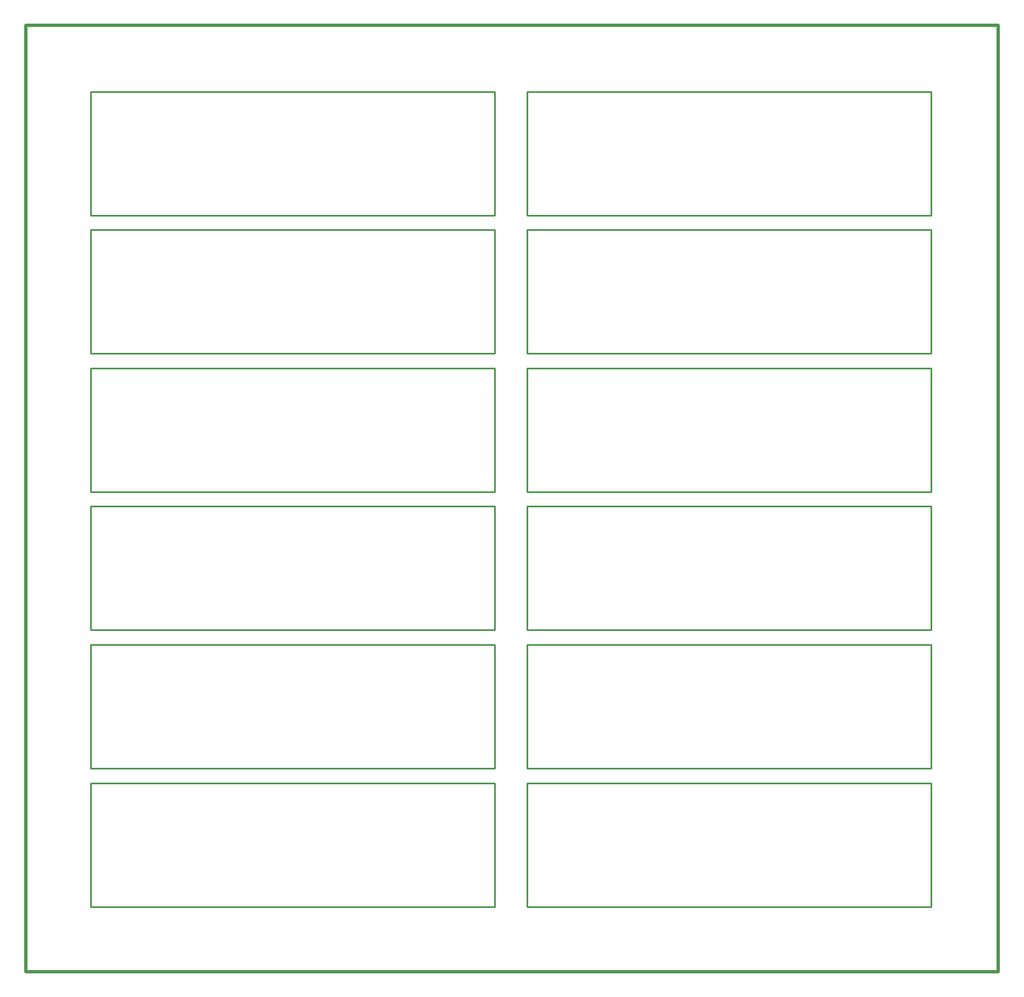
<source format=gko>
G04 Layer_Color=16711935*
%FSLAX24Y24*%
%MOIN*%
G70*
G01*
G75*
%ADD12C,0.0100*%
%ADD44C,0.0200*%
D12*
X3937Y3937D02*
Y11437D01*
X28437D01*
Y3937D02*
Y11437D01*
X3937Y3937D02*
X28437D01*
X30396D02*
Y11437D01*
X54896D01*
Y3937D02*
Y11437D01*
X30396Y3937D02*
X54896D01*
X3937Y12324D02*
Y19824D01*
X28437D01*
Y12324D02*
Y19824D01*
X3937Y12324D02*
X28437D01*
X30396D02*
Y19824D01*
X54896D01*
Y12324D02*
Y19824D01*
X30396Y12324D02*
X54896D01*
X3937Y20712D02*
Y28212D01*
X28437D01*
Y20712D02*
Y28212D01*
X3937Y20712D02*
X28437D01*
X30396D02*
Y28212D01*
X54896D01*
Y20712D02*
Y28212D01*
X30396Y20712D02*
X54896D01*
X3937Y29099D02*
Y36599D01*
X28437D01*
Y29099D02*
Y36599D01*
X3937Y29099D02*
X28437D01*
X30396D02*
Y36599D01*
X54896D01*
Y29099D02*
Y36599D01*
X30396Y29099D02*
X54896D01*
X3937Y37487D02*
Y44987D01*
X28437D01*
Y37487D02*
Y44987D01*
X3937Y37487D02*
X28437D01*
X30396D02*
Y44987D01*
X54896D01*
Y37487D02*
Y44987D01*
X30396Y37487D02*
X54896D01*
X3937Y45874D02*
Y53374D01*
X28437D01*
Y45874D02*
Y53374D01*
X3937Y45874D02*
X28437D01*
X30396D02*
Y53374D01*
X54896D01*
Y45874D02*
Y53374D01*
X30396Y45874D02*
X54896D01*
D44*
X0Y0D02*
X58957D01*
Y57382D01*
X0D02*
X58957D01*
X0Y0D02*
Y57382D01*
M02*

</source>
